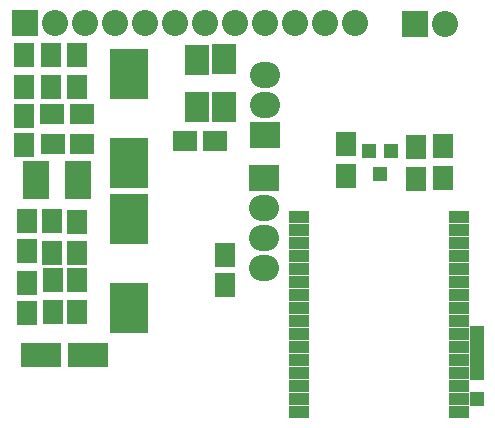
<source format=gts>
%TF.GenerationSoftware,KiCad,Pcbnew,5.99.0-unknown-c3175b4~86~ubuntu16.04.1*%
%TF.CreationDate,2019-10-16T11:56:15+02:00*%
%TF.ProjectId,atmegax8_with_bluetooth,61746d65-6761-4783-985f-776974685f62,rev?*%
%TF.SameCoordinates,Original*%
%TF.FileFunction,Soldermask,Top*%
%TF.FilePolarity,Negative*%
%FSLAX46Y46*%
G04 Gerber Fmt 4.6, Leading zero omitted, Abs format (unit mm)*
G04 Created by KiCad (PCBNEW 5.99.0-unknown-c3175b4~86~ubuntu16.04.1) date 2019-10-16 11:56:15*
%MOMM*%
%LPD*%
G04 APERTURE LIST*
%ADD10R,3.208000X4.258000*%
%ADD11R,2.286000X3.302000*%
%ADD12O,2.540000X2.235200*%
%ADD13R,2.540000X2.235200*%
%ADD14R,1.200000X1.200000*%
%ADD15R,1.700000X1.000000*%
%ADD16O,2.208000X2.208000*%
%ADD17R,2.208000X2.208000*%
%ADD18R,3.507740X2.009140*%
%ADD19R,1.808000X2.008000*%
%ADD20R,2.108000X2.508000*%
%ADD21R,1.308100X1.308100*%
%ADD22R,2.008000X1.758000*%
%ADD23R,1.758000X2.008000*%
G04 APERTURE END LIST*
D10*
%TO.C,C11*%
X80518000Y-155292500D03*
X80518000Y-162842500D03*
%TD*%
%TO.C,C10*%
X80518000Y-142973500D03*
X80518000Y-150523500D03*
%TD*%
D11*
%TO.C,L1*%
X76200000Y-152019000D03*
X72644000Y-152019000D03*
%TD*%
D12*
%TO.C,P3*%
X91948000Y-159448500D03*
X91948000Y-156908500D03*
X91948000Y-154368500D03*
D13*
X91948000Y-151828500D03*
%TD*%
D14*
%TO.C,J5*%
X109918500Y-164909500D03*
%TD*%
%TO.C,J4*%
X109918500Y-166052500D03*
%TD*%
%TO.C,J3*%
X109918500Y-167195500D03*
%TD*%
%TO.C,J2*%
X109918500Y-168338500D03*
%TD*%
%TO.C,J1*%
X109918500Y-170497500D03*
%TD*%
D15*
%TO.C,U2*%
X94922440Y-163911200D03*
X94922440Y-158411200D03*
X94922440Y-160611200D03*
X94922440Y-169411200D03*
X94922440Y-167211200D03*
X94922440Y-162811200D03*
X94922440Y-159511200D03*
X94922440Y-170511200D03*
X94922440Y-156211200D03*
X94922440Y-168311200D03*
X94922440Y-157311200D03*
X94922440Y-166111200D03*
X94922440Y-155111200D03*
X94922440Y-161711200D03*
X94922440Y-171611200D03*
X94922440Y-165011200D03*
X108422440Y-168311200D03*
X108422440Y-171611200D03*
X108422440Y-170511200D03*
X108422440Y-169411200D03*
X108422440Y-165011200D03*
X108422440Y-167211200D03*
X108422440Y-162811200D03*
X108422440Y-166111200D03*
X108422440Y-161711200D03*
X108422440Y-163911200D03*
X108422440Y-160611200D03*
X108422440Y-159511200D03*
X108422440Y-158411200D03*
X108422440Y-157311200D03*
X108422440Y-156211200D03*
X108422440Y-155111200D03*
%TD*%
D16*
%TO.C,P1*%
X99608640Y-138714480D03*
X97068640Y-138714480D03*
X94528640Y-138714480D03*
X91988640Y-138714480D03*
X89448640Y-138714480D03*
X86908640Y-138714480D03*
X84368640Y-138714480D03*
X81828640Y-138714480D03*
X79288640Y-138714480D03*
X76748640Y-138714480D03*
X74208640Y-138714480D03*
D17*
X71668640Y-138714480D03*
%TD*%
D18*
%TO.C,C13*%
X77055980Y-166814500D03*
X73058020Y-166814500D03*
%TD*%
D19*
%TO.C,R16*%
X76098400Y-158197540D03*
X76098400Y-155497540D03*
%TD*%
%TO.C,R17*%
X76100940Y-163154360D03*
X76100940Y-160454360D03*
%TD*%
D20*
%TO.C,C23*%
X86233000Y-145795500D03*
X86233000Y-141795500D03*
%TD*%
%TO.C,C27*%
X88519000Y-145763500D03*
X88519000Y-141763500D03*
%TD*%
D12*
%TO.C,P5*%
X92000000Y-143120000D03*
X92000000Y-145660000D03*
D13*
X92000000Y-148200000D03*
%TD*%
D21*
%TO.C,U5*%
X101747320Y-151503380D03*
X100797320Y-149504400D03*
X102697320Y-149504400D03*
%TD*%
D17*
%TO.C,P4*%
X104739440Y-138757660D03*
D16*
X107279440Y-138757660D03*
%TD*%
D22*
%TO.C,C28*%
X87737000Y-148653500D03*
X85237000Y-148653500D03*
%TD*%
D19*
%TO.C,R14*%
X104792780Y-149180560D03*
X104792780Y-151880560D03*
%TD*%
%TO.C,R1*%
X107088940Y-149139920D03*
X107088940Y-151839920D03*
%TD*%
%TO.C,R4*%
X98887280Y-151613860D03*
X98887280Y-148913860D03*
%TD*%
D22*
%TO.C,C12*%
X76517820Y-148963400D03*
X74017820Y-148963400D03*
%TD*%
D19*
%TO.C,R10*%
X71628000Y-144068800D03*
X71628000Y-141368800D03*
%TD*%
%TO.C,R11*%
X76080620Y-144080220D03*
X76080620Y-141380220D03*
%TD*%
%TO.C,R12*%
X73914000Y-144072600D03*
X73914000Y-141372600D03*
%TD*%
D23*
%TO.C,C17*%
X71882000Y-155476900D03*
X71882000Y-157976900D03*
%TD*%
%TO.C,C18*%
X71892160Y-163201680D03*
X71892160Y-160701680D03*
%TD*%
D19*
%TO.C,R22*%
X73977500Y-158178500D03*
X73977500Y-155478500D03*
%TD*%
%TO.C,R24*%
X74013060Y-160467060D03*
X74013060Y-163167060D03*
%TD*%
D22*
%TO.C,C7*%
X76502580Y-146428460D03*
X74002580Y-146428460D03*
%TD*%
D23*
%TO.C,C8*%
X71617840Y-146537360D03*
X71617840Y-149037360D03*
%TD*%
%TO.C,C26*%
X88600000Y-160850000D03*
X88600000Y-158350000D03*
%TD*%
M02*

</source>
